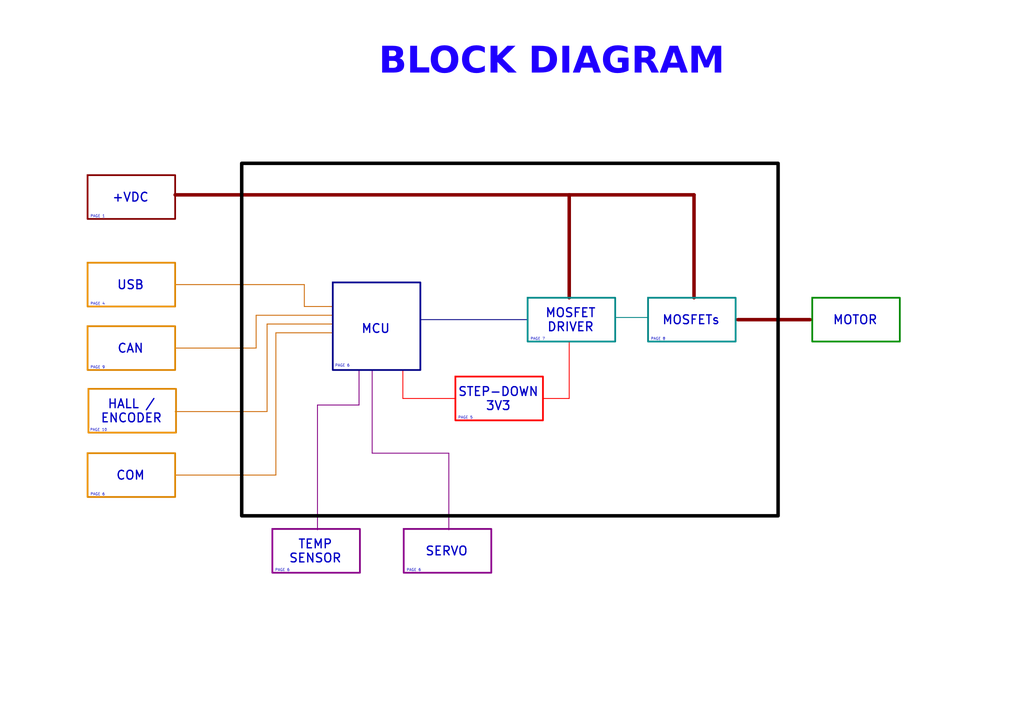
<source format=kicad_sch>
(kicad_sch
	(version 20250114)
	(generator "eeschema")
	(generator_version "9.0")
	(uuid "1f7dd25f-c13b-44d2-a49b-aaed25b2e716")
	(paper "A4")
	(title_block
		(title "PCB Mastery Project")
		(date "2026-01-27")
		(rev "01_1")
		(company "Integro Consulting AB")
		(comment 1 "00000001")
		(comment 2 "TBD")
		(comment 3 "TBD")
		(comment 4 "Josue Godinez")
	)
	(lib_symbols)
	(rectangle
		(start 70.104 47.371)
		(end 225.679 149.606)
		(stroke
			(width 1.016)
			(type solid)
			(color 0 0 0 1)
		)
		(fill
			(type none)
		)
		(uuid 0ce1cf52-d551-4922-adb1-626260e0ed1d)
	)
	(rectangle
		(start 153.035 86.36)
		(end 178.435 99.06)
		(stroke
			(width 0.508)
			(type solid)
			(color 0 132 132 1)
		)
		(fill
			(type none)
		)
		(uuid 22e5447e-795b-4c3c-bf68-73a87e399d24)
	)
	(rectangle
		(start 78.994 153.416)
		(end 104.394 166.116)
		(stroke
			(width 0.508)
			(type solid)
			(color 132 0 132 1)
		)
		(fill
			(type none)
		)
		(uuid 48c383ac-09df-47e6-9754-743521a2efa5)
	)
	(rectangle
		(start 187.96 86.36)
		(end 213.36 99.06)
		(stroke
			(width 0.508)
			(type solid)
			(color 0 132 132 1)
		)
		(fill
			(type none)
		)
		(uuid 4bf7b05a-8069-4d1f-9cb4-6001c2d312f4)
	)
	(rectangle
		(start 25.4 50.8)
		(end 50.8 63.5)
		(stroke
			(width 0.508)
			(type solid)
			(color 132 0 0 1)
		)
		(fill
			(type none)
		)
		(uuid 4e714767-3d9d-40d9-8d89-ca5b153c6223)
	)
	(rectangle
		(start 96.52 81.915)
		(end 121.92 107.315)
		(stroke
			(width 0.508)
			(type solid)
			(color 0 0 132 1)
		)
		(fill
			(type none)
		)
		(uuid 557f2a5d-6470-4c66-bdff-6f09dade5245)
	)
	(rectangle
		(start 117.094 153.416)
		(end 142.494 166.116)
		(stroke
			(width 0.508)
			(type solid)
			(color 132 0 132 1)
		)
		(fill
			(type none)
		)
		(uuid 902c30fd-8eb3-46c5-a5fe-23436b52f777)
	)
	(rectangle
		(start 25.654 112.776)
		(end 51.054 125.476)
		(stroke
			(width 0.508)
			(type solid)
			(color 221 133 0 1)
		)
		(fill
			(type none)
		)
		(uuid 9096cc56-65f6-4b7b-9a59-589118fba962)
	)
	(rectangle
		(start 25.4 94.615)
		(end 50.8 107.315)
		(stroke
			(width 0.508)
			(type solid)
			(color 221 133 0 1)
		)
		(fill
			(type none)
		)
		(uuid a637be60-e9c0-4c19-b682-6d3e9f6e46fe)
	)
	(rectangle
		(start 235.585 86.36)
		(end 260.985 99.06)
		(stroke
			(width 0.508)
			(type solid)
			(color 0 132 0 1)
		)
		(fill
			(type none)
		)
		(uuid ad93accd-c03f-43ac-b8b7-964ea993707d)
	)
	(rectangle
		(start 132.08 109.22)
		(end 157.48 121.92)
		(stroke
			(width 0.508)
			(type solid)
			(color 255 0 0 1)
		)
		(fill
			(type none)
		)
		(uuid d8c59edd-8d8e-4716-96fc-03f7a5b5e256)
	)
	(rectangle
		(start 25.4 76.2)
		(end 50.8 88.9)
		(stroke
			(width 0.508)
			(type solid)
			(color 221 133 0 1)
		)
		(fill
			(type none)
		)
		(uuid db4bb37a-b08d-4a0d-bcb4-4ce4c597038e)
	)
	(rectangle
		(start 25.4 131.445)
		(end 50.8 144.145)
		(stroke
			(width 0.508)
			(type solid)
			(color 221 133 0 1)
		)
		(fill
			(type none)
		)
		(uuid e27f8fdb-5b66-4806-a66d-5568eda2eb59)
	)
	(text "STEP-DOWN\n3V3"
		(exclude_from_sim no)
		(at 144.526 115.824 0)
		(effects
			(font
				(size 2.54 2.54)
				(thickness 0.381)
				(bold yes)
			)
		)
		(uuid "0197a343-bcdd-42e7-a22d-441bfd30b211")
	)
	(text "PAGE 6"
		(exclude_from_sim no)
		(at 81.915 165.481 0)
		(effects
			(font
				(size 0.762 0.762)
				(thickness 0.0953)
			)
		)
		(uuid "01a14cce-b3a5-4d9b-96af-dc54415d204f")
	)
	(text "TEMP\nSENSOR"
		(exclude_from_sim no)
		(at 91.44 160.02 0)
		(effects
			(font
				(size 2.54 2.54)
				(thickness 0.381)
				(bold yes)
			)
		)
		(uuid "0ac5d250-9dc0-4d2f-9b4f-d63440e3c202")
	)
	(text "PAGE 10"
		(exclude_from_sim no)
		(at 28.575 124.841 0)
		(effects
			(font
				(size 0.762 0.762)
				(thickness 0.0953)
			)
		)
		(uuid "15c7469f-7dbe-47d1-ae4f-c899d7aa4bcc")
	)
	(text "COM"
		(exclude_from_sim no)
		(at 37.846 138.049 0)
		(effects
			(font
				(size 2.54 2.54)
				(thickness 0.381)
				(bold yes)
			)
		)
		(uuid "22e132f6-e6f6-4af6-aba4-46de356d85fe")
	)
	(text "PAGE 4"
		(exclude_from_sim no)
		(at 28.321 88.265 0)
		(effects
			(font
				(size 0.762 0.762)
				(thickness 0.0953)
			)
		)
		(uuid "3142d42d-e564-4911-a366-e9121f9c9f39")
	)
	(text "PAGE 9"
		(exclude_from_sim no)
		(at 28.321 106.68 0)
		(effects
			(font
				(size 0.762 0.762)
				(thickness 0.0953)
			)
		)
		(uuid "34fb312c-9642-4b46-95de-6dd6dc354378")
	)
	(text "PAGE 5"
		(exclude_from_sim no)
		(at 135.001 121.285 0)
		(effects
			(font
				(size 0.762 0.762)
				(thickness 0.0953)
			)
		)
		(uuid "351edcd2-8387-441f-b33b-0745711d9cc6")
	)
	(text "MOSFET\nDRIVER"
		(exclude_from_sim no)
		(at 165.481 92.964 0)
		(effects
			(font
				(size 2.54 2.54)
				(thickness 0.381)
				(bold yes)
			)
		)
		(uuid "4951551b-7bff-41a7-9525-c6a12d3606b6")
	)
	(text "PAGE 6"
		(exclude_from_sim no)
		(at 28.321 143.51 0)
		(effects
			(font
				(size 0.762 0.762)
				(thickness 0.0953)
			)
		)
		(uuid "5c637849-cc62-4c59-a4ff-59f35c111b86")
	)
	(text "PAGE 8"
		(exclude_from_sim no)
		(at 190.881 98.425 0)
		(effects
			(font
				(size 0.762 0.762)
				(thickness 0.0953)
			)
		)
		(uuid "6153cbff-b97d-4560-a2ca-262203f6a8a7")
	)
	(text "MOSFETs"
		(exclude_from_sim no)
		(at 200.406 92.964 0)
		(effects
			(font
				(size 2.54 2.54)
				(thickness 0.381)
				(bold yes)
			)
		)
		(uuid "6cbdadcc-c5ae-450b-bc36-d8637e2600f1")
	)
	(text "+VDC"
		(exclude_from_sim no)
		(at 37.846 57.404 0)
		(effects
			(font
				(size 2.54 2.54)
				(thickness 0.381)
				(bold yes)
			)
		)
		(uuid "7fe0cdcd-842e-4768-93fb-5d6bde97a378")
	)
	(text "BLOCK DIAGRAM"
		(exclude_from_sim no)
		(at 160.02 20.066 0)
		(effects
			(font
				(face "Arial Black")
				(size 7.62 7.62)
				(thickness 0.254)
				(bold yes)
				(color 29 0 255 1)
			)
		)
		(uuid "8f9f4a47-496b-4e80-b130-8e31088f6c60")
	)
	(text "PAGE 6"
		(exclude_from_sim no)
		(at 99.314 106.172 0)
		(effects
			(font
				(size 0.762 0.762)
				(thickness 0.0953)
			)
		)
		(uuid "9138d609-2405-431d-9a6e-c46a0712de29")
	)
	(text "USB"
		(exclude_from_sim no)
		(at 37.846 82.804 0)
		(effects
			(font
				(size 2.54 2.54)
				(thickness 0.381)
				(bold yes)
			)
		)
		(uuid "987a7fda-127f-4a17-955d-80a18ee9ae74")
	)
	(text "PAGE 6"
		(exclude_from_sim no)
		(at 120.015 165.481 0)
		(effects
			(font
				(size 0.762 0.762)
				(thickness 0.0953)
			)
		)
		(uuid "af75e012-c5af-4ae9-848e-3f97de4382a5")
	)
	(text "MCU"
		(exclude_from_sim no)
		(at 108.966 95.504 0)
		(effects
			(font
				(size 2.54 2.54)
				(thickness 0.381)
				(bold yes)
			)
		)
		(uuid "b022fa1a-2ea8-499a-839a-583ee1b141f1")
	)
	(text "MOTOR"
		(exclude_from_sim no)
		(at 248.031 92.964 0)
		(effects
			(font
				(size 2.54 2.54)
				(thickness 0.381)
				(bold yes)
			)
		)
		(uuid "b275d376-ef47-49d0-bd63-61dde5c69fb6")
	)
	(text "SERVO\n"
		(exclude_from_sim no)
		(at 129.54 160.02 0)
		(effects
			(font
				(size 2.54 2.54)
				(thickness 0.381)
				(bold yes)
			)
		)
		(uuid "b6408463-6280-4130-8550-56ca48472f13")
	)
	(text "CAN"
		(exclude_from_sim no)
		(at 37.846 101.219 0)
		(effects
			(font
				(size 2.54 2.54)
				(thickness 0.381)
				(bold yes)
			)
		)
		(uuid "ba4a44ad-57c2-4a40-8c99-dc16ea9843ad")
	)
	(text "PAGE 1\n"
		(exclude_from_sim no)
		(at 28.321 62.865 0)
		(effects
			(font
				(size 0.762 0.762)
				(thickness 0.0953)
			)
		)
		(uuid "c2159efb-8183-414f-9332-254ce9d2e9c7")
	)
	(text "PAGE 7"
		(exclude_from_sim no)
		(at 155.956 98.425 0)
		(effects
			(font
				(size 0.762 0.762)
				(thickness 0.0953)
			)
		)
		(uuid "d1a7b269-015d-4d6b-a9a4-6ab5ee2d2eff")
	)
	(text "HALL /\nENCODER"
		(exclude_from_sim no)
		(at 38.1 119.38 0)
		(effects
			(font
				(size 2.54 2.54)
				(thickness 0.381)
				(bold yes)
			)
		)
		(uuid "f0de0213-8367-4962-b8a3-fd8baec2d56e")
	)
	(polyline
		(pts
			(xy 132.08 115.57) (xy 116.84 115.57)
		)
		(stroke
			(width 0.254)
			(type default)
			(color 255 0 0 1)
		)
		(uuid "17ea6f66-74fd-4bdc-96d2-5f68325211cd")
	)
	(polyline
		(pts
			(xy 116.84 107.315) (xy 116.84 115.57)
		)
		(stroke
			(width 0.254)
			(type default)
			(color 255 0 0 1)
		)
		(uuid "18ad21c5-cdcb-48d3-8815-b743b1c3ca6f")
	)
	(polyline
		(pts
			(xy 201.295 56.515) (xy 201.295 86.36)
		)
		(stroke
			(width 1.016)
			(type solid)
			(color 132 0 0 1)
		)
		(uuid "236ea1ed-c700-43b8-84c1-8856920b617f")
	)
	(polyline
		(pts
			(xy 213.995 92.71) (xy 234.95 92.71)
		)
		(stroke
			(width 1.016)
			(type solid)
			(color 132 0 0 1)
		)
		(uuid "27509a31-3e21-4aeb-b3b4-86a1debfff52")
	)
	(polyline
		(pts
			(xy 130.175 131.445) (xy 107.95 131.445)
		)
		(stroke
			(width 0.254)
			(type default)
			(color 132 0 132 1)
		)
		(uuid "2db4aae2-b49f-4065-b39b-a29a7cc01d52")
	)
	(polyline
		(pts
			(xy 80.01 137.795) (xy 80.01 96.52)
		)
		(stroke
			(width 0.254)
			(type default)
			(color 204 102 0 1)
		)
		(uuid "38673062-dd25-4319-93c7-f1dd86b63c8e")
	)
	(polyline
		(pts
			(xy 88.265 88.9) (xy 96.52 88.9)
		)
		(stroke
			(width 0.254)
			(type default)
			(color 204 102 0 1)
		)
		(uuid "3f69bd2d-a98d-4eea-85bd-1e71e836e02f")
	)
	(polyline
		(pts
			(xy 80.01 96.52) (xy 96.52 96.52)
		)
		(stroke
			(width 0.254)
			(type default)
			(color 204 102 0 1)
		)
		(uuid "41eb3d17-7cd3-4ed2-bf5b-1c3013fb52dd")
	)
	(polyline
		(pts
			(xy 74.295 100.965) (xy 74.295 91.44)
		)
		(stroke
			(width 0.254)
			(type default)
			(color 204 102 0 1)
		)
		(uuid "463df09b-a374-41de-94a5-9d0f44675d4e")
	)
	(polyline
		(pts
			(xy 50.8 56.515) (xy 201.295 56.515)
		)
		(stroke
			(width 1.016)
			(type solid)
			(color 132 0 0 1)
		)
		(uuid "503b141d-48cc-4ab0-9620-15ad4f49bd16")
	)
	(polyline
		(pts
			(xy 104.14 107.315) (xy 104.14 117.475)
		)
		(stroke
			(width 0.254)
			(type default)
			(color 132 0 132 1)
		)
		(uuid "5d951e3a-a608-4afe-a3e8-95a120be6dbb")
	)
	(polyline
		(pts
			(xy 165.1 56.515) (xy 165.1 86.36)
		)
		(stroke
			(width 1.016)
			(type solid)
			(color 132 0 0 1)
		)
		(uuid "71541300-7c7f-4d15-8d95-a0089ef5bcb8")
	)
	(polyline
		(pts
			(xy 157.48 115.57) (xy 165.1 115.57)
		)
		(stroke
			(width 0.254)
			(type default)
			(color 255 0 0 1)
		)
		(uuid "74ebb59b-548a-4355-bf22-d6c990d4648f")
	)
	(polyline
		(pts
			(xy 130.175 131.445) (xy 130.175 153.67)
		)
		(stroke
			(width 0.254)
			(type default)
			(color 132 0 132 1)
		)
		(uuid "7576ce24-c738-45c1-bc2b-7cb37c15f5bf")
	)
	(polyline
		(pts
			(xy 77.47 93.98) (xy 96.52 93.98)
		)
		(stroke
			(width 0.254)
			(type default)
			(color 204 102 0 1)
		)
		(uuid "7f26599f-9e1b-4360-b39c-6625afeed6e3")
	)
	(polyline
		(pts
			(xy 77.47 119.38) (xy 77.47 93.98)
		)
		(stroke
			(width 0.254)
			(type default)
			(color 204 102 0 1)
		)
		(uuid "91b8fd35-50de-4da1-a701-aa49cbe9de07")
	)
	(polyline
		(pts
			(xy 74.295 91.44) (xy 96.52 91.44)
		)
		(stroke
			(width 0.254)
			(type default)
			(color 204 102 0 1)
		)
		(uuid "94ede613-8213-47fd-a241-3acfe230e40f")
	)
	(polyline
		(pts
			(xy 178.435 92.075) (xy 187.96 92.075)
		)
		(stroke
			(width 0.254)
			(type default)
			(color 0 132 132 1)
		)
		(uuid "99de3eec-8fae-4265-be9e-1ae77acb711a")
	)
	(polyline
		(pts
			(xy 121.92 92.075) (xy 121.92 92.71)
		)
		(stroke
			(width 0)
			(type default)
		)
		(uuid "9dd2c35c-2a14-4b67-b109-38d16a4b3534")
	)
	(polyline
		(pts
			(xy 92.075 117.475) (xy 104.14 117.475)
		)
		(stroke
			(width 0.254)
			(type default)
			(color 132 0 132 1)
		)
		(uuid "a4b123bc-ff61-4a0a-a335-f12e9a655cd9")
	)
	(polyline
		(pts
			(xy 107.95 107.315) (xy 107.95 131.445)
		)
		(stroke
			(width 0.254)
			(type default)
			(color 132 0 132 1)
		)
		(uuid "b32d24bb-af76-413b-95b6-c61725848611")
	)
	(polyline
		(pts
			(xy 88.265 82.55) (xy 88.265 88.9)
		)
		(stroke
			(width 0.254)
			(type default)
			(color 204 102 0 1)
		)
		(uuid "c611e575-c243-4e34-8e3e-622d4af2e878")
	)
	(polyline
		(pts
			(xy 50.8 82.55) (xy 88.265 82.55)
		)
		(stroke
			(width 0.254)
			(type default)
			(color 204 102 0 1)
		)
		(uuid "d11bd74d-6461-40cc-afe6-c1d1b6a70914")
	)
	(polyline
		(pts
			(xy 50.8 137.795) (xy 80.01 137.795)
		)
		(stroke
			(width 0.254)
			(type default)
			(color 204 102 0 1)
		)
		(uuid "d4345ef3-4e57-4a3e-9f27-0c6c51178bc9")
	)
	(polyline
		(pts
			(xy 153.035 92.71) (xy 121.92 92.71)
		)
		(stroke
			(width 0.254)
			(type default)
			(color 0 0 132 1)
		)
		(uuid "d7672b46-f678-4a18-8d58-c056ba82f89f")
	)
	(polyline
		(pts
			(xy 92.075 153.67) (xy 92.075 117.475)
		)
		(stroke
			(width 0.254)
			(type default)
			(color 132 0 132 1)
		)
		(uuid "ecc3ab9f-52db-4718-b9eb-daa727a64277")
	)
	(polyline
		(pts
			(xy 165.1 99.06) (xy 165.1 115.57)
		)
		(stroke
			(width 0.254)
			(type default)
			(color 255 0 0 1)
		)
		(uuid "ee531d43-8089-45b3-9a9c-a13759687552")
	)
	(polyline
		(pts
			(xy 50.8 119.38) (xy 77.47 119.38)
		)
		(stroke
			(width 0.254)
			(type default)
			(color 204 102 0 1)
		)
		(uuid "f37b66b3-b255-4595-be16-b965a400d096")
	)
	(polyline
		(pts
			(xy 50.8 100.965) (xy 74.295 100.965)
		)
		(stroke
			(width 0.254)
			(type default)
			(color 204 102 0 1)
		)
		(uuid "fd7b0ea5-c063-4fb3-89f0-7eb67bf53420")
	)
)

</source>
